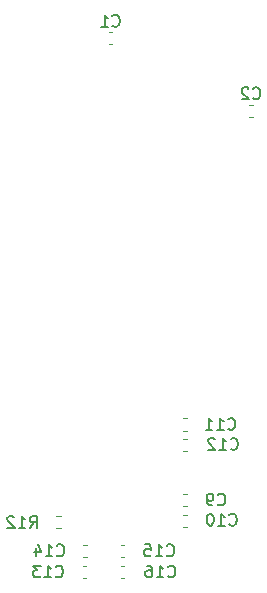
<source format=gbo>
%TF.GenerationSoftware,KiCad,Pcbnew,(6.0.4-0)*%
%TF.CreationDate,2022-04-21T19:59:26-07:00*%
%TF.ProjectId,Labpass RFID Reader,4c616270-6173-4732-9052-464944205265,0.1.0*%
%TF.SameCoordinates,Original*%
%TF.FileFunction,Legend,Bot*%
%TF.FilePolarity,Positive*%
%FSLAX46Y46*%
G04 Gerber Fmt 4.6, Leading zero omitted, Abs format (unit mm)*
G04 Created by KiCad (PCBNEW (6.0.4-0)) date 2022-04-21 19:59:26*
%MOMM*%
%LPD*%
G01*
G04 APERTURE LIST*
%ADD10C,0.150000*%
%ADD11C,0.120000*%
G04 APERTURE END LIST*
D10*
%TO.C,C11*%
X163869026Y-110229311D02*
X163916645Y-110276930D01*
X164059502Y-110324549D01*
X164154740Y-110324549D01*
X164297597Y-110276930D01*
X164392835Y-110181692D01*
X164440454Y-110086454D01*
X164488073Y-109895978D01*
X164488073Y-109753121D01*
X164440454Y-109562645D01*
X164392835Y-109467407D01*
X164297597Y-109372169D01*
X164154740Y-109324549D01*
X164059502Y-109324549D01*
X163916645Y-109372169D01*
X163869026Y-109419788D01*
X162916645Y-110324549D02*
X163488073Y-110324549D01*
X163202359Y-110324549D02*
X163202359Y-109324549D01*
X163297597Y-109467407D01*
X163392835Y-109562645D01*
X163488073Y-109610264D01*
X161964264Y-110324549D02*
X162535692Y-110324549D01*
X162249978Y-110324549D02*
X162249978Y-109324549D01*
X162345216Y-109467407D01*
X162440454Y-109562645D01*
X162535692Y-109610264D01*
%TO.C,R12*%
X147069026Y-118624549D02*
X147402359Y-118148359D01*
X147640454Y-118624549D02*
X147640454Y-117624549D01*
X147259502Y-117624549D01*
X147164264Y-117672169D01*
X147116645Y-117719788D01*
X147069026Y-117815026D01*
X147069026Y-117957883D01*
X147116645Y-118053121D01*
X147164264Y-118100740D01*
X147259502Y-118148359D01*
X147640454Y-118148359D01*
X146116645Y-118624549D02*
X146688073Y-118624549D01*
X146402359Y-118624549D02*
X146402359Y-117624549D01*
X146497597Y-117767407D01*
X146592835Y-117862645D01*
X146688073Y-117910264D01*
X145735692Y-117719788D02*
X145688073Y-117672169D01*
X145592835Y-117624549D01*
X145354740Y-117624549D01*
X145259502Y-117672169D01*
X145211883Y-117719788D01*
X145164264Y-117815026D01*
X145164264Y-117910264D01*
X145211883Y-118053121D01*
X145783311Y-118624549D01*
X145164264Y-118624549D01*
%TO.C,C12*%
X164069026Y-111929311D02*
X164116645Y-111976930D01*
X164259502Y-112024549D01*
X164354740Y-112024549D01*
X164497597Y-111976930D01*
X164592835Y-111881692D01*
X164640454Y-111786454D01*
X164688073Y-111595978D01*
X164688073Y-111453121D01*
X164640454Y-111262645D01*
X164592835Y-111167407D01*
X164497597Y-111072169D01*
X164354740Y-111024549D01*
X164259502Y-111024549D01*
X164116645Y-111072169D01*
X164069026Y-111119788D01*
X163116645Y-112024549D02*
X163688073Y-112024549D01*
X163402359Y-112024549D02*
X163402359Y-111024549D01*
X163497597Y-111167407D01*
X163592835Y-111262645D01*
X163688073Y-111310264D01*
X162735692Y-111119788D02*
X162688073Y-111072169D01*
X162592835Y-111024549D01*
X162354740Y-111024549D01*
X162259502Y-111072169D01*
X162211883Y-111119788D01*
X162164264Y-111215026D01*
X162164264Y-111310264D01*
X162211883Y-111453121D01*
X162783311Y-112024549D01*
X162164264Y-112024549D01*
%TO.C,C10*%
X163969026Y-118329311D02*
X164016645Y-118376930D01*
X164159502Y-118424549D01*
X164254740Y-118424549D01*
X164397597Y-118376930D01*
X164492835Y-118281692D01*
X164540454Y-118186454D01*
X164588073Y-117995978D01*
X164588073Y-117853121D01*
X164540454Y-117662645D01*
X164492835Y-117567407D01*
X164397597Y-117472169D01*
X164254740Y-117424549D01*
X164159502Y-117424549D01*
X164016645Y-117472169D01*
X163969026Y-117519788D01*
X163016645Y-118424549D02*
X163588073Y-118424549D01*
X163302359Y-118424549D02*
X163302359Y-117424549D01*
X163397597Y-117567407D01*
X163492835Y-117662645D01*
X163588073Y-117710264D01*
X162397597Y-117424549D02*
X162302359Y-117424549D01*
X162207121Y-117472169D01*
X162159502Y-117519788D01*
X162111883Y-117615026D01*
X162064264Y-117805502D01*
X162064264Y-118043597D01*
X162111883Y-118234073D01*
X162159502Y-118329311D01*
X162207121Y-118376930D01*
X162302359Y-118424549D01*
X162397597Y-118424549D01*
X162492835Y-118376930D01*
X162540454Y-118329311D01*
X162588073Y-118234073D01*
X162635692Y-118043597D01*
X162635692Y-117805502D01*
X162588073Y-117615026D01*
X162540454Y-117519788D01*
X162492835Y-117472169D01*
X162397597Y-117424549D01*
%TO.C,C9*%
X162992835Y-116629311D02*
X163040454Y-116676930D01*
X163183311Y-116724549D01*
X163278549Y-116724549D01*
X163421407Y-116676930D01*
X163516645Y-116581692D01*
X163564264Y-116486454D01*
X163611883Y-116295978D01*
X163611883Y-116153121D01*
X163564264Y-115962645D01*
X163516645Y-115867407D01*
X163421407Y-115772169D01*
X163278549Y-115724549D01*
X163183311Y-115724549D01*
X163040454Y-115772169D01*
X162992835Y-115819788D01*
X162516645Y-116724549D02*
X162326169Y-116724549D01*
X162230930Y-116676930D01*
X162183311Y-116629311D01*
X162088073Y-116486454D01*
X162040454Y-116295978D01*
X162040454Y-115915026D01*
X162088073Y-115819788D01*
X162135692Y-115772169D01*
X162230930Y-115724549D01*
X162421407Y-115724549D01*
X162516645Y-115772169D01*
X162564264Y-115819788D01*
X162611883Y-115915026D01*
X162611883Y-116153121D01*
X162564264Y-116248359D01*
X162516645Y-116295978D01*
X162421407Y-116343597D01*
X162230930Y-116343597D01*
X162135692Y-116295978D01*
X162088073Y-116248359D01*
X162040454Y-116153121D01*
%TO.C,C13*%
X149269026Y-122729311D02*
X149316645Y-122776930D01*
X149459502Y-122824549D01*
X149554740Y-122824549D01*
X149697597Y-122776930D01*
X149792835Y-122681692D01*
X149840454Y-122586454D01*
X149888073Y-122395978D01*
X149888073Y-122253121D01*
X149840454Y-122062645D01*
X149792835Y-121967407D01*
X149697597Y-121872169D01*
X149554740Y-121824549D01*
X149459502Y-121824549D01*
X149316645Y-121872169D01*
X149269026Y-121919788D01*
X148316645Y-122824549D02*
X148888073Y-122824549D01*
X148602359Y-122824549D02*
X148602359Y-121824549D01*
X148697597Y-121967407D01*
X148792835Y-122062645D01*
X148888073Y-122110264D01*
X147983311Y-121824549D02*
X147364264Y-121824549D01*
X147697597Y-122205502D01*
X147554740Y-122205502D01*
X147459502Y-122253121D01*
X147411883Y-122300740D01*
X147364264Y-122395978D01*
X147364264Y-122634073D01*
X147411883Y-122729311D01*
X147459502Y-122776930D01*
X147554740Y-122824549D01*
X147840454Y-122824549D01*
X147935692Y-122776930D01*
X147983311Y-122729311D01*
%TO.C,C14*%
X149369026Y-120929311D02*
X149416645Y-120976930D01*
X149559502Y-121024549D01*
X149654740Y-121024549D01*
X149797597Y-120976930D01*
X149892835Y-120881692D01*
X149940454Y-120786454D01*
X149988073Y-120595978D01*
X149988073Y-120453121D01*
X149940454Y-120262645D01*
X149892835Y-120167407D01*
X149797597Y-120072169D01*
X149654740Y-120024549D01*
X149559502Y-120024549D01*
X149416645Y-120072169D01*
X149369026Y-120119788D01*
X148416645Y-121024549D02*
X148988073Y-121024549D01*
X148702359Y-121024549D02*
X148702359Y-120024549D01*
X148797597Y-120167407D01*
X148892835Y-120262645D01*
X148988073Y-120310264D01*
X147559502Y-120357883D02*
X147559502Y-121024549D01*
X147797597Y-119976930D02*
X148035692Y-120691216D01*
X147416645Y-120691216D01*
%TO.C,C2*%
X165967835Y-82241311D02*
X166015454Y-82288930D01*
X166158311Y-82336549D01*
X166253549Y-82336549D01*
X166396407Y-82288930D01*
X166491645Y-82193692D01*
X166539264Y-82098454D01*
X166586883Y-81907978D01*
X166586883Y-81765121D01*
X166539264Y-81574645D01*
X166491645Y-81479407D01*
X166396407Y-81384169D01*
X166253549Y-81336549D01*
X166158311Y-81336549D01*
X166015454Y-81384169D01*
X165967835Y-81431788D01*
X165586883Y-81431788D02*
X165539264Y-81384169D01*
X165444026Y-81336549D01*
X165205930Y-81336549D01*
X165110692Y-81384169D01*
X165063073Y-81431788D01*
X165015454Y-81527026D01*
X165015454Y-81622264D01*
X165063073Y-81765121D01*
X165634502Y-82336549D01*
X165015454Y-82336549D01*
%TO.C,C15*%
X158669026Y-120929311D02*
X158716645Y-120976930D01*
X158859502Y-121024549D01*
X158954740Y-121024549D01*
X159097597Y-120976930D01*
X159192835Y-120881692D01*
X159240454Y-120786454D01*
X159288073Y-120595978D01*
X159288073Y-120453121D01*
X159240454Y-120262645D01*
X159192835Y-120167407D01*
X159097597Y-120072169D01*
X158954740Y-120024549D01*
X158859502Y-120024549D01*
X158716645Y-120072169D01*
X158669026Y-120119788D01*
X157716645Y-121024549D02*
X158288073Y-121024549D01*
X158002359Y-121024549D02*
X158002359Y-120024549D01*
X158097597Y-120167407D01*
X158192835Y-120262645D01*
X158288073Y-120310264D01*
X156811883Y-120024549D02*
X157288073Y-120024549D01*
X157335692Y-120500740D01*
X157288073Y-120453121D01*
X157192835Y-120405502D01*
X156954740Y-120405502D01*
X156859502Y-120453121D01*
X156811883Y-120500740D01*
X156764264Y-120595978D01*
X156764264Y-120834073D01*
X156811883Y-120929311D01*
X156859502Y-120976930D01*
X156954740Y-121024549D01*
X157192835Y-121024549D01*
X157288073Y-120976930D01*
X157335692Y-120929311D01*
%TO.C,C16*%
X158769026Y-122729311D02*
X158816645Y-122776930D01*
X158959502Y-122824549D01*
X159054740Y-122824549D01*
X159197597Y-122776930D01*
X159292835Y-122681692D01*
X159340454Y-122586454D01*
X159388073Y-122395978D01*
X159388073Y-122253121D01*
X159340454Y-122062645D01*
X159292835Y-121967407D01*
X159197597Y-121872169D01*
X159054740Y-121824549D01*
X158959502Y-121824549D01*
X158816645Y-121872169D01*
X158769026Y-121919788D01*
X157816645Y-122824549D02*
X158388073Y-122824549D01*
X158102359Y-122824549D02*
X158102359Y-121824549D01*
X158197597Y-121967407D01*
X158292835Y-122062645D01*
X158388073Y-122110264D01*
X156959502Y-121824549D02*
X157149978Y-121824549D01*
X157245216Y-121872169D01*
X157292835Y-121919788D01*
X157388073Y-122062645D01*
X157435692Y-122253121D01*
X157435692Y-122634073D01*
X157388073Y-122729311D01*
X157340454Y-122776930D01*
X157245216Y-122824549D01*
X157054740Y-122824549D01*
X156959502Y-122776930D01*
X156911883Y-122729311D01*
X156864264Y-122634073D01*
X156864264Y-122395978D01*
X156911883Y-122300740D01*
X156959502Y-122253121D01*
X157054740Y-122205502D01*
X157245216Y-122205502D01*
X157340454Y-122253121D01*
X157388073Y-122300740D01*
X157435692Y-122395978D01*
%TO.C,C1*%
X154067835Y-76099311D02*
X154115454Y-76146930D01*
X154258311Y-76194549D01*
X154353549Y-76194549D01*
X154496407Y-76146930D01*
X154591645Y-76051692D01*
X154639264Y-75956454D01*
X154686883Y-75765978D01*
X154686883Y-75623121D01*
X154639264Y-75432645D01*
X154591645Y-75337407D01*
X154496407Y-75242169D01*
X154353549Y-75194549D01*
X154258311Y-75194549D01*
X154115454Y-75242169D01*
X154067835Y-75289788D01*
X153115454Y-76194549D02*
X153686883Y-76194549D01*
X153401169Y-76194549D02*
X153401169Y-75194549D01*
X153496407Y-75337407D01*
X153591645Y-75432645D01*
X153686883Y-75480264D01*
D11*
%TO.C,C11*%
X160341749Y-111062169D02*
X160060589Y-111062169D01*
X160341749Y-112082169D02*
X160060589Y-112082169D01*
%TO.C,R12*%
X149278911Y-117591669D02*
X149753427Y-117591669D01*
X149278911Y-118636669D02*
X149753427Y-118636669D01*
%TO.C,C12*%
X160060589Y-109362169D02*
X160341749Y-109362169D01*
X160060589Y-110382169D02*
X160341749Y-110382169D01*
%TO.C,C10*%
X160060589Y-115762169D02*
X160341749Y-115762169D01*
X160060589Y-116782169D02*
X160341749Y-116782169D01*
%TO.C,C9*%
X160341749Y-117508169D02*
X160060589Y-117508169D01*
X160341749Y-118528169D02*
X160060589Y-118528169D01*
%TO.C,C13*%
X151578589Y-121862169D02*
X151859749Y-121862169D01*
X151578589Y-122882169D02*
X151859749Y-122882169D01*
%TO.C,C14*%
X151891749Y-120062169D02*
X151610589Y-120062169D01*
X151891749Y-121082169D02*
X151610589Y-121082169D01*
%TO.C,C2*%
X165941749Y-83824169D02*
X165660589Y-83824169D01*
X165941749Y-82804169D02*
X165660589Y-82804169D01*
%TO.C,C15*%
X155041749Y-122882169D02*
X154760589Y-122882169D01*
X155041749Y-121862169D02*
X154760589Y-121862169D01*
%TO.C,C16*%
X154760589Y-120062169D02*
X155041749Y-120062169D01*
X154760589Y-121082169D02*
X155041749Y-121082169D01*
%TO.C,C1*%
X154041749Y-76662169D02*
X153760589Y-76662169D01*
X154041749Y-77682169D02*
X153760589Y-77682169D01*
%TD*%
M02*

</source>
